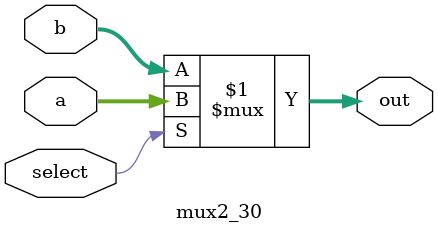
<source format=v>
module mux2_30(out, a, b, select);
    output [29:0] out;
    input [29:0] a, b;
    input select;

    assign out = select ? a : b;
endmodule

</source>
